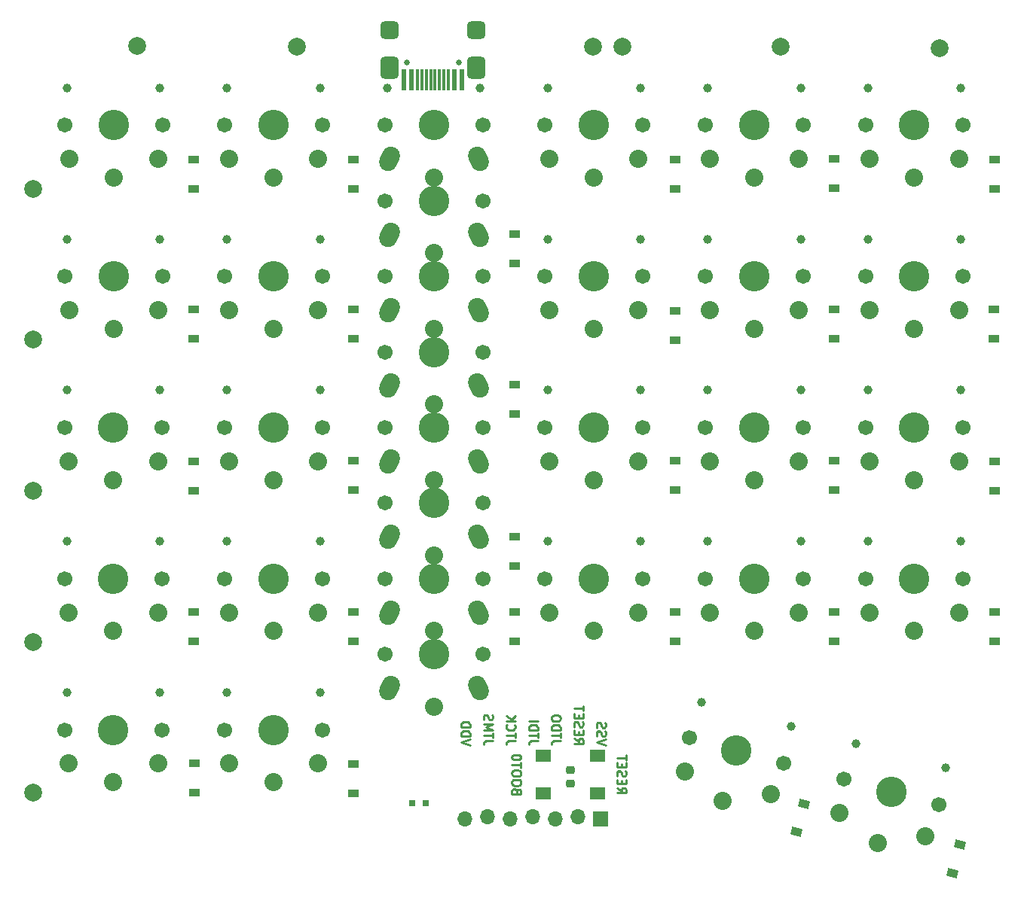
<source format=gbr>
%TF.GenerationSoftware,KiCad,Pcbnew,5.99.0-unknown-4d227d2d2b~128~ubuntu21.04.1*%
%TF.CreationDate,2021-05-21T14:31:05+02:00*%
%TF.ProjectId,dzzy,647a7a79-2e6b-4696-9361-645f70636258,rev?*%
%TF.SameCoordinates,Original*%
%TF.FileFunction,Soldermask,Bot*%
%TF.FilePolarity,Negative*%
%FSLAX46Y46*%
G04 Gerber Fmt 4.6, Leading zero omitted, Abs format (unit mm)*
G04 Created by KiCad (PCBNEW 5.99.0-unknown-4d227d2d2b~128~ubuntu21.04.1) date 2021-05-21 14:31:05*
%MOMM*%
%LPD*%
G01*
G04 APERTURE LIST*
G04 Aperture macros list*
%AMRoundRect*
0 Rectangle with rounded corners*
0 $1 Rounding radius*
0 $2 $3 $4 $5 $6 $7 $8 $9 X,Y pos of 4 corners*
0 Add a 4 corners polygon primitive as box body*
4,1,4,$2,$3,$4,$5,$6,$7,$8,$9,$2,$3,0*
0 Add four circle primitives for the rounded corners*
1,1,$1+$1,$2,$3*
1,1,$1+$1,$4,$5*
1,1,$1+$1,$6,$7*
1,1,$1+$1,$8,$9*
0 Add four rect primitives between the rounded corners*
20,1,$1+$1,$2,$3,$4,$5,0*
20,1,$1+$1,$4,$5,$6,$7,0*
20,1,$1+$1,$6,$7,$8,$9,0*
20,1,$1+$1,$8,$9,$2,$3,0*%
%AMHorizOval*
0 Thick line with rounded ends*
0 $1 width*
0 $2 $3 position (X,Y) of the first rounded end (center of the circle)*
0 $4 $5 position (X,Y) of the second rounded end (center of the circle)*
0 Add line between two ends*
20,1,$1,$2,$3,$4,$5,0*
0 Add two circle primitives to create the rounded ends*
1,1,$1,$2,$3*
1,1,$1,$4,$5*%
%AMRotRect*
0 Rectangle, with rotation*
0 The origin of the aperture is its center*
0 $1 length*
0 $2 width*
0 $3 Rotation angle, in degrees counterclockwise*
0 Add horizontal line*
21,1,$1,$2,0,0,$3*%
G04 Aperture macros list end*
%ADD10C,0.228600*%
%ADD11C,1.701800*%
%ADD12C,3.429000*%
%ADD13C,0.990600*%
%ADD14C,2.032000*%
%ADD15HorizOval,2.032000X-0.162285X-0.348022X0.162285X0.348022X0*%
%ADD16HorizOval,2.032000X-0.162285X0.348022X0.162285X-0.348022X0*%
%ADD17C,2.000000*%
%ADD18R,1.700000X1.700000*%
%ADD19O,1.700000X1.700000*%
%ADD20C,0.650000*%
%ADD21R,0.570000X2.450000*%
%ADD22R,0.300000X2.450000*%
%ADD23RoundRect,0.500000X0.550000X0.500000X-0.550000X0.500000X-0.550000X-0.500000X0.550000X-0.500000X0*%
%ADD24O,1.000000X2.100000*%
%ADD25RoundRect,0.525000X0.525000X0.725000X-0.525000X0.725000X-0.525000X-0.725000X0.525000X-0.725000X0*%
%ADD26O,1.000000X1.600000*%
%ADD27R,0.797560X0.797560*%
%ADD28R,1.200000X0.900000*%
%ADD29RotRect,0.900000X1.200000X255.000000*%
%ADD30RoundRect,0.218750X-0.256250X0.218750X-0.256250X-0.218750X0.256250X-0.218750X0.256250X0.218750X0*%
%ADD31R,1.800000X1.350000*%
G04 APERTURE END LIST*
D10*
X111935380Y-102265238D02*
X111209666Y-102265238D01*
X111064523Y-102313619D01*
X110967761Y-102410381D01*
X110919380Y-102555523D01*
X110919380Y-102652285D01*
X111935380Y-101926571D02*
X111935380Y-101346000D01*
X110919380Y-101636285D02*
X111935380Y-101636285D01*
X110919380Y-101007333D02*
X111935380Y-101007333D01*
X111935380Y-100765428D01*
X111887000Y-100620285D01*
X111790238Y-100523523D01*
X111693476Y-100475143D01*
X111499952Y-100426762D01*
X111354809Y-100426762D01*
X111161285Y-100475143D01*
X111064523Y-100523523D01*
X110967761Y-100620285D01*
X110919380Y-100765428D01*
X110919380Y-101007333D01*
X111935380Y-99797809D02*
X111935380Y-99604285D01*
X111887000Y-99507523D01*
X111790238Y-99410762D01*
X111596714Y-99362381D01*
X111258047Y-99362381D01*
X111064523Y-99410762D01*
X110967761Y-99507523D01*
X110919380Y-99604285D01*
X110919380Y-99797809D01*
X110967761Y-99894571D01*
X111064523Y-99991333D01*
X111258047Y-100039714D01*
X111596714Y-100039714D01*
X111790238Y-99991333D01*
X111887000Y-99894571D01*
X111935380Y-99797809D01*
X113459380Y-101974953D02*
X113943190Y-102313619D01*
X113459380Y-102555524D02*
X114475380Y-102555524D01*
X114475380Y-102168476D01*
X114427000Y-102071714D01*
X114378619Y-102023334D01*
X114281857Y-101974953D01*
X114136714Y-101974953D01*
X114039952Y-102023334D01*
X113991571Y-102071714D01*
X113943190Y-102168476D01*
X113943190Y-102555524D01*
X113991571Y-101539524D02*
X113991571Y-101200857D01*
X113459380Y-101055714D02*
X113459380Y-101539524D01*
X114475380Y-101539524D01*
X114475380Y-101055714D01*
X113507761Y-100668667D02*
X113459380Y-100523524D01*
X113459380Y-100281619D01*
X113507761Y-100184857D01*
X113556142Y-100136476D01*
X113652904Y-100088095D01*
X113749666Y-100088095D01*
X113846428Y-100136476D01*
X113894809Y-100184857D01*
X113943190Y-100281619D01*
X113991571Y-100475143D01*
X114039952Y-100571905D01*
X114088333Y-100620286D01*
X114185095Y-100668667D01*
X114281857Y-100668667D01*
X114378619Y-100620286D01*
X114427000Y-100571905D01*
X114475380Y-100475143D01*
X114475380Y-100233238D01*
X114427000Y-100088095D01*
X113991571Y-99652667D02*
X113991571Y-99314000D01*
X113459380Y-99168857D02*
X113459380Y-99652667D01*
X114475380Y-99652667D01*
X114475380Y-99168857D01*
X114475380Y-98878572D02*
X114475380Y-98298000D01*
X113459380Y-98588286D02*
X114475380Y-98588286D01*
X107006571Y-107907666D02*
X106958190Y-107762523D01*
X106909809Y-107714142D01*
X106813047Y-107665761D01*
X106667904Y-107665761D01*
X106571142Y-107714142D01*
X106522761Y-107762523D01*
X106474380Y-107859285D01*
X106474380Y-108246333D01*
X107490380Y-108246333D01*
X107490380Y-107907666D01*
X107442000Y-107810904D01*
X107393619Y-107762523D01*
X107296857Y-107714142D01*
X107200095Y-107714142D01*
X107103333Y-107762523D01*
X107054952Y-107810904D01*
X107006571Y-107907666D01*
X107006571Y-108246333D01*
X107490380Y-107036809D02*
X107490380Y-106843285D01*
X107442000Y-106746523D01*
X107345238Y-106649761D01*
X107151714Y-106601380D01*
X106813047Y-106601380D01*
X106619523Y-106649761D01*
X106522761Y-106746523D01*
X106474380Y-106843285D01*
X106474380Y-107036809D01*
X106522761Y-107133571D01*
X106619523Y-107230333D01*
X106813047Y-107278714D01*
X107151714Y-107278714D01*
X107345238Y-107230333D01*
X107442000Y-107133571D01*
X107490380Y-107036809D01*
X107490380Y-105972428D02*
X107490380Y-105778904D01*
X107442000Y-105682142D01*
X107345238Y-105585380D01*
X107151714Y-105537000D01*
X106813047Y-105537000D01*
X106619523Y-105585380D01*
X106522761Y-105682142D01*
X106474380Y-105778904D01*
X106474380Y-105972428D01*
X106522761Y-106069190D01*
X106619523Y-106165952D01*
X106813047Y-106214333D01*
X107151714Y-106214333D01*
X107345238Y-106165952D01*
X107442000Y-106069190D01*
X107490380Y-105972428D01*
X107490380Y-105246714D02*
X107490380Y-104666142D01*
X106474380Y-104956428D02*
X107490380Y-104956428D01*
X107490380Y-104133952D02*
X107490380Y-104037190D01*
X107442000Y-103940428D01*
X107393619Y-103892047D01*
X107296857Y-103843666D01*
X107103333Y-103795285D01*
X106861428Y-103795285D01*
X106667904Y-103843666D01*
X106571142Y-103892047D01*
X106522761Y-103940428D01*
X106474380Y-104037190D01*
X106474380Y-104133952D01*
X106522761Y-104230714D01*
X106571142Y-104279095D01*
X106667904Y-104327476D01*
X106861428Y-104375857D01*
X107103333Y-104375857D01*
X107296857Y-104327476D01*
X107393619Y-104279095D01*
X107442000Y-104230714D01*
X107490380Y-104133952D01*
X104315380Y-102265238D02*
X103589666Y-102265238D01*
X103444523Y-102313619D01*
X103347761Y-102410381D01*
X103299380Y-102555524D01*
X103299380Y-102652286D01*
X104315380Y-101926572D02*
X104315380Y-101346000D01*
X103299380Y-101636286D02*
X104315380Y-101636286D01*
X103299380Y-101007333D02*
X104315380Y-101007333D01*
X103589666Y-100668667D01*
X104315380Y-100330000D01*
X103299380Y-100330000D01*
X103347761Y-99894572D02*
X103299380Y-99749429D01*
X103299380Y-99507524D01*
X103347761Y-99410762D01*
X103396142Y-99362381D01*
X103492904Y-99314000D01*
X103589666Y-99314000D01*
X103686428Y-99362381D01*
X103734809Y-99410762D01*
X103783190Y-99507524D01*
X103831571Y-99701048D01*
X103879952Y-99797810D01*
X103928333Y-99846191D01*
X104025095Y-99894572D01*
X104121857Y-99894572D01*
X104218619Y-99846191D01*
X104267000Y-99797810D01*
X104315380Y-99701048D01*
X104315380Y-99459143D01*
X104267000Y-99314000D01*
X109395380Y-102265238D02*
X108669666Y-102265238D01*
X108524523Y-102313619D01*
X108427761Y-102410381D01*
X108379380Y-102555524D01*
X108379380Y-102652286D01*
X109395380Y-101926571D02*
X109395380Y-101346000D01*
X108379380Y-101636286D02*
X109395380Y-101636286D01*
X108379380Y-101007333D02*
X109395380Y-101007333D01*
X109395380Y-100765429D01*
X109347000Y-100620286D01*
X109250238Y-100523524D01*
X109153476Y-100475143D01*
X108959952Y-100426762D01*
X108814809Y-100426762D01*
X108621285Y-100475143D01*
X108524523Y-100523524D01*
X108427761Y-100620286D01*
X108379380Y-100765429D01*
X108379380Y-101007333D01*
X108379380Y-99991333D02*
X109395380Y-99991333D01*
X106855380Y-102265238D02*
X106129666Y-102265238D01*
X105984523Y-102313619D01*
X105887761Y-102410381D01*
X105839380Y-102555524D01*
X105839380Y-102652286D01*
X106855380Y-101926572D02*
X106855380Y-101346000D01*
X105839380Y-101636286D02*
X106855380Y-101636286D01*
X105936142Y-100426762D02*
X105887761Y-100475143D01*
X105839380Y-100620286D01*
X105839380Y-100717048D01*
X105887761Y-100862191D01*
X105984523Y-100958953D01*
X106081285Y-101007334D01*
X106274809Y-101055714D01*
X106419952Y-101055714D01*
X106613476Y-101007334D01*
X106710238Y-100958953D01*
X106807000Y-100862191D01*
X106855380Y-100717048D01*
X106855380Y-100620286D01*
X106807000Y-100475143D01*
X106758619Y-100426762D01*
X105839380Y-99991334D02*
X106855380Y-99991334D01*
X105839380Y-99410762D02*
X106419952Y-99846191D01*
X106855380Y-99410762D02*
X106274809Y-99991334D01*
X118285380Y-107520619D02*
X118769190Y-107859285D01*
X118285380Y-108101190D02*
X119301380Y-108101190D01*
X119301380Y-107714142D01*
X119253000Y-107617380D01*
X119204619Y-107569000D01*
X119107857Y-107520619D01*
X118962714Y-107520619D01*
X118865952Y-107569000D01*
X118817571Y-107617380D01*
X118769190Y-107714142D01*
X118769190Y-108101190D01*
X118817571Y-107085190D02*
X118817571Y-106746523D01*
X118285380Y-106601380D02*
X118285380Y-107085190D01*
X119301380Y-107085190D01*
X119301380Y-106601380D01*
X118333761Y-106214333D02*
X118285380Y-106069190D01*
X118285380Y-105827285D01*
X118333761Y-105730523D01*
X118382142Y-105682142D01*
X118478904Y-105633761D01*
X118575666Y-105633761D01*
X118672428Y-105682142D01*
X118720809Y-105730523D01*
X118769190Y-105827285D01*
X118817571Y-106020809D01*
X118865952Y-106117571D01*
X118914333Y-106165952D01*
X119011095Y-106214333D01*
X119107857Y-106214333D01*
X119204619Y-106165952D01*
X119253000Y-106117571D01*
X119301380Y-106020809D01*
X119301380Y-105778904D01*
X119253000Y-105633761D01*
X118817571Y-105198333D02*
X118817571Y-104859666D01*
X118285380Y-104714523D02*
X118285380Y-105198333D01*
X119301380Y-105198333D01*
X119301380Y-104714523D01*
X119301380Y-104424238D02*
X119301380Y-103843666D01*
X118285380Y-104133952D02*
X119301380Y-104133952D01*
X117015380Y-102700666D02*
X115999380Y-102362000D01*
X117015380Y-102023333D01*
X116047761Y-101733047D02*
X115999380Y-101587904D01*
X115999380Y-101346000D01*
X116047761Y-101249238D01*
X116096142Y-101200857D01*
X116192904Y-101152476D01*
X116289666Y-101152476D01*
X116386428Y-101200857D01*
X116434809Y-101249238D01*
X116483190Y-101346000D01*
X116531571Y-101539523D01*
X116579952Y-101636285D01*
X116628333Y-101684666D01*
X116725095Y-101733047D01*
X116821857Y-101733047D01*
X116918619Y-101684666D01*
X116967000Y-101636285D01*
X117015380Y-101539523D01*
X117015380Y-101297619D01*
X116967000Y-101152476D01*
X116047761Y-100765428D02*
X115999380Y-100620285D01*
X115999380Y-100378381D01*
X116047761Y-100281619D01*
X116096142Y-100233238D01*
X116192904Y-100184857D01*
X116289666Y-100184857D01*
X116386428Y-100233238D01*
X116434809Y-100281619D01*
X116483190Y-100378381D01*
X116531571Y-100571904D01*
X116579952Y-100668666D01*
X116628333Y-100717047D01*
X116725095Y-100765428D01*
X116821857Y-100765428D01*
X116918619Y-100717047D01*
X116967000Y-100668666D01*
X117015380Y-100571904D01*
X117015380Y-100330000D01*
X116967000Y-100184857D01*
X101775380Y-102700666D02*
X100759380Y-102362000D01*
X101775380Y-102023333D01*
X100759380Y-101684666D02*
X101775380Y-101684666D01*
X101775380Y-101442761D01*
X101727000Y-101297619D01*
X101630238Y-101200857D01*
X101533476Y-101152476D01*
X101339952Y-101104095D01*
X101194809Y-101104095D01*
X101001285Y-101152476D01*
X100904523Y-101200857D01*
X100807761Y-101297619D01*
X100759380Y-101442761D01*
X100759380Y-101684666D01*
X100759380Y-100668666D02*
X101775380Y-100668666D01*
X101775380Y-100426761D01*
X101727000Y-100281619D01*
X101630238Y-100184857D01*
X101533476Y-100136476D01*
X101339952Y-100088095D01*
X101194809Y-100088095D01*
X101001285Y-100136476D01*
X100904523Y-100184857D01*
X100807761Y-100281619D01*
X100759380Y-100426761D01*
X100759380Y-100668666D01*
D11*
%TO.C,S20*%
X128200000Y-50000000D03*
D12*
X133700000Y-50000000D03*
D11*
X139200000Y-50000000D03*
D13*
X128480000Y-45800000D03*
X138920000Y-45800000D03*
D14*
X133700000Y-55900000D03*
X138700000Y-53800000D03*
X128700000Y-53800000D03*
%TD*%
D11*
%TO.C,S25*%
X146200000Y-50000000D03*
D12*
X151700000Y-50000000D03*
D13*
X156920000Y-45800000D03*
X146480000Y-45800000D03*
D11*
X157200000Y-50000000D03*
D14*
X151700000Y-55900000D03*
X146700000Y-53800000D03*
X156700000Y-53800000D03*
%TD*%
D13*
%TO.C,S10*%
X84920000Y-96800000D03*
D12*
X79700000Y-101000000D03*
D13*
X74480000Y-96800000D03*
D11*
X85200000Y-101000000D03*
X74200000Y-101000000D03*
D14*
X79700000Y-106900000D03*
X84700000Y-104800000D03*
X74700000Y-104800000D03*
%TD*%
D12*
%TO.C,S13*%
X97700000Y-75500000D03*
D11*
X92200000Y-75500000D03*
D12*
X97700000Y-67000000D03*
D11*
X92200000Y-67000000D03*
X103200000Y-75500000D03*
X103200000Y-67000000D03*
D14*
X97700000Y-72900000D03*
X97700000Y-81400000D03*
D15*
X92700000Y-70800000D03*
D16*
X102700000Y-70800000D03*
D15*
X92700000Y-79300000D03*
D16*
X102700000Y-79300000D03*
%TD*%
D11*
%TO.C,S4*%
X67200000Y-84000000D03*
D13*
X66920000Y-79800000D03*
D12*
X61700000Y-84000000D03*
D13*
X56480000Y-79800000D03*
D11*
X56200000Y-84000000D03*
D14*
X61700000Y-89900000D03*
X56700000Y-87800000D03*
X66700000Y-87800000D03*
%TD*%
D17*
%TO.C,TP9*%
X52700000Y-108100000D03*
%TD*%
%TO.C,TP8*%
X52700000Y-91100000D03*
%TD*%
%TO.C,TP14*%
X136652000Y-24130000D03*
%TD*%
D13*
%TO.C,S6*%
X74480000Y-28800000D03*
X84920000Y-28800000D03*
D11*
X85200000Y-33000000D03*
X74200000Y-33000000D03*
D12*
X79700000Y-33000000D03*
D14*
X79700000Y-38900000D03*
X74700000Y-36800000D03*
X84700000Y-36800000D03*
%TD*%
D17*
%TO.C,TP10*%
X64400000Y-24100000D03*
%TD*%
D11*
%TO.C,S15*%
X110200000Y-33000000D03*
X121200000Y-33000000D03*
D12*
X115700000Y-33000000D03*
D13*
X120920000Y-28800000D03*
X110480000Y-28800000D03*
D14*
X115700000Y-38900000D03*
X120700000Y-36800000D03*
X110700000Y-36800000D03*
%TD*%
D17*
%TO.C,TP11*%
X82296000Y-24130000D03*
%TD*%
%TO.C,TP13*%
X118872000Y-24130000D03*
%TD*%
%TO.C,TP6*%
X52700000Y-57100000D03*
%TD*%
D13*
%TO.C,S21*%
X128480000Y-62800000D03*
D12*
X133700000Y-67000000D03*
D11*
X128200000Y-67000000D03*
X139200000Y-67000000D03*
D13*
X138920000Y-62800000D03*
D14*
X133700000Y-72900000D03*
X138700000Y-70800000D03*
X128700000Y-70800000D03*
%TD*%
D13*
%TO.C,S8*%
X74480000Y-62800000D03*
D11*
X85200000Y-67000000D03*
X74200000Y-67000000D03*
D12*
X79700000Y-67000000D03*
D13*
X84920000Y-62800000D03*
D14*
X79700000Y-72900000D03*
X84700000Y-70800000D03*
X74700000Y-70800000D03*
%TD*%
D11*
%TO.C,S12*%
X103200000Y-58500000D03*
X92200000Y-58500000D03*
D12*
X97700000Y-50000000D03*
X97700000Y-58500000D03*
D11*
X92200000Y-50000000D03*
X103200000Y-50000000D03*
D14*
X97700000Y-55900000D03*
X97700000Y-64400000D03*
D16*
X102700000Y-62300000D03*
D15*
X92700000Y-53800000D03*
D16*
X102700000Y-53800000D03*
D15*
X92700000Y-62300000D03*
%TD*%
D18*
%TO.C,J1*%
X116459000Y-110998000D03*
D19*
X113919000Y-110744000D03*
X111379000Y-110998000D03*
X108839000Y-110744000D03*
X106299000Y-110998000D03*
X103759000Y-110744000D03*
X101219000Y-110998000D03*
%TD*%
D13*
%TO.C,S11*%
X102920000Y-28800000D03*
D11*
X103200000Y-33000000D03*
D13*
X92480000Y-28800000D03*
D11*
X103200000Y-41500000D03*
D12*
X97700000Y-41500000D03*
X97700000Y-33000000D03*
D11*
X92200000Y-41500000D03*
X92200000Y-33000000D03*
D14*
X97700000Y-47400000D03*
X97700000Y-38900000D03*
D16*
X102700000Y-36800000D03*
D15*
X92700000Y-36800000D03*
D16*
X102700000Y-45300000D03*
D15*
X92700000Y-45300000D03*
%TD*%
D13*
%TO.C,S24*%
X146480000Y-28800000D03*
X156920000Y-28800000D03*
D11*
X157200000Y-33000000D03*
D12*
X151700000Y-33000000D03*
D11*
X146200000Y-33000000D03*
D14*
X151700000Y-38900000D03*
X146700000Y-36800000D03*
X156700000Y-36800000D03*
%TD*%
D17*
%TO.C,TP7*%
X52700000Y-74100000D03*
%TD*%
D20*
%TO.C,P1*%
X94710000Y-25980000D03*
X100490000Y-25980000D03*
D21*
X94375000Y-27925000D03*
X95150000Y-27925000D03*
D22*
X96350000Y-27925000D03*
X97350000Y-27925000D03*
X97850000Y-27925000D03*
D21*
X100825000Y-27925000D03*
X100050000Y-27925000D03*
D22*
X99350000Y-27925000D03*
X98350000Y-27925000D03*
X96850000Y-27925000D03*
D23*
X92750000Y-22330000D03*
D24*
X93280000Y-26510000D03*
D25*
X102450000Y-26510000D03*
D26*
X101920000Y-22330000D03*
D25*
X92750000Y-26510000D03*
D26*
X93280000Y-22330000D03*
D23*
X102450000Y-22330000D03*
D24*
X101920000Y-26510000D03*
D22*
X98850000Y-27925000D03*
X95850000Y-27925000D03*
%TD*%
D13*
%TO.C,S9*%
X74480000Y-79800000D03*
D12*
X79700000Y-84000000D03*
D11*
X85200000Y-84000000D03*
D13*
X84920000Y-79800000D03*
D11*
X74200000Y-84000000D03*
D14*
X79700000Y-89900000D03*
X84700000Y-87800000D03*
X74700000Y-87800000D03*
%TD*%
D11*
%TO.C,S17*%
X110200000Y-67000000D03*
D13*
X110480000Y-62800000D03*
D11*
X121200000Y-67000000D03*
D13*
X120920000Y-62800000D03*
D12*
X115700000Y-67000000D03*
D14*
X115700000Y-72900000D03*
X110700000Y-70800000D03*
X120700000Y-70800000D03*
%TD*%
D12*
%TO.C,S16*%
X115700000Y-50000000D03*
D13*
X110480000Y-45800000D03*
D11*
X121200000Y-50000000D03*
D13*
X120920000Y-45800000D03*
D11*
X110200000Y-50000000D03*
D14*
X115700000Y-55900000D03*
X120700000Y-53800000D03*
X110700000Y-53800000D03*
%TD*%
D11*
%TO.C,S14*%
X92200000Y-92500000D03*
D12*
X97700000Y-84000000D03*
X97700000Y-92500000D03*
D11*
X103200000Y-92500000D03*
X92200000Y-84000000D03*
X103200000Y-84000000D03*
D14*
X97700000Y-89900000D03*
X97700000Y-98400000D03*
D15*
X92700000Y-96300000D03*
X92700000Y-87800000D03*
D16*
X102700000Y-96300000D03*
X102700000Y-87800000D03*
%TD*%
D11*
%TO.C,S28*%
X154412592Y-109423505D03*
D12*
X149100000Y-108000000D03*
D13*
X155229173Y-105294147D03*
X145144907Y-102592076D03*
D11*
X143787408Y-106576495D03*
D14*
X147572968Y-113698962D03*
X152946117Y-112964613D03*
X143286858Y-110376423D03*
%TD*%
D13*
%TO.C,S22*%
X138920000Y-79800000D03*
X128480000Y-79800000D03*
D11*
X128200000Y-84000000D03*
X139200000Y-84000000D03*
D12*
X133700000Y-84000000D03*
D14*
X133700000Y-89900000D03*
X128700000Y-87800000D03*
X138700000Y-87800000D03*
%TD*%
D12*
%TO.C,S19*%
X133700000Y-33000000D03*
D11*
X128200000Y-33000000D03*
X139200000Y-33000000D03*
D13*
X138920000Y-28800000D03*
X128480000Y-28800000D03*
D14*
X133700000Y-38900000D03*
X138700000Y-36800000D03*
X128700000Y-36800000D03*
%TD*%
D11*
%TO.C,S18*%
X110200000Y-84000000D03*
D13*
X120920000Y-79800000D03*
D11*
X121200000Y-84000000D03*
D13*
X110480000Y-79800000D03*
D12*
X115700000Y-84000000D03*
D14*
X115700000Y-89900000D03*
X120700000Y-87800000D03*
X110700000Y-87800000D03*
%TD*%
D12*
%TO.C,S5*%
X61700000Y-101000000D03*
D13*
X66920000Y-96800000D03*
D11*
X56200000Y-101000000D03*
D13*
X56480000Y-96800000D03*
D11*
X67200000Y-101000000D03*
D14*
X61700000Y-106900000D03*
X66700000Y-104800000D03*
X56700000Y-104800000D03*
%TD*%
D11*
%TO.C,S2*%
X56210000Y-50000000D03*
D13*
X66930000Y-45800000D03*
D11*
X67210000Y-50000000D03*
D12*
X61710000Y-50000000D03*
D13*
X56490000Y-45800000D03*
D14*
X61710000Y-55900000D03*
X66710000Y-53800000D03*
X56710000Y-53800000D03*
%TD*%
D17*
%TO.C,TP5*%
X52700000Y-40200000D03*
%TD*%
D11*
%TO.C,S23*%
X137012592Y-104723505D03*
X126387408Y-101876495D03*
D12*
X131700000Y-103300000D03*
D13*
X127744907Y-97892076D03*
X137829173Y-100594147D03*
D14*
X130172968Y-108998962D03*
X135546117Y-108264613D03*
X125886858Y-105676423D03*
%TD*%
D12*
%TO.C,S7*%
X79700000Y-50000000D03*
D11*
X85200000Y-50000000D03*
X74200000Y-50000000D03*
D13*
X84920000Y-45800000D03*
X74480000Y-45800000D03*
D14*
X79700000Y-55900000D03*
X84700000Y-53800000D03*
X74700000Y-53800000D03*
%TD*%
D12*
%TO.C,S26*%
X151700000Y-67000000D03*
D11*
X146200000Y-67000000D03*
D13*
X156920000Y-62800000D03*
D11*
X157200000Y-67000000D03*
D13*
X146480000Y-62800000D03*
D14*
X151700000Y-72900000D03*
X146700000Y-70800000D03*
X156700000Y-70800000D03*
%TD*%
D27*
%TO.C,D7*%
X95262700Y-109220000D03*
X96761300Y-109220000D03*
%TD*%
D17*
%TO.C,TP15*%
X154500000Y-24300000D03*
%TD*%
D12*
%TO.C,S27*%
X151700000Y-84000000D03*
D11*
X146200000Y-84000000D03*
D13*
X156920000Y-79800000D03*
D11*
X157200000Y-84000000D03*
D13*
X146480000Y-79800000D03*
D14*
X151700000Y-89900000D03*
X156700000Y-87800000D03*
X146700000Y-87800000D03*
%TD*%
D17*
%TO.C,TP12*%
X115570000Y-24130000D03*
%TD*%
D13*
%TO.C,S1*%
X56490000Y-28800000D03*
X66930000Y-28800000D03*
D11*
X56210000Y-33000000D03*
X67210000Y-33000000D03*
D12*
X61710000Y-33000000D03*
D14*
X61710000Y-38900000D03*
X56710000Y-36800000D03*
X66710000Y-36800000D03*
%TD*%
D13*
%TO.C,S3*%
X66920000Y-62800000D03*
X56480000Y-62800000D03*
D11*
X56200000Y-67000000D03*
X67200000Y-67000000D03*
D12*
X61700000Y-67000000D03*
D14*
X61700000Y-72900000D03*
X56700000Y-70800000D03*
X66700000Y-70800000D03*
%TD*%
D28*
%TO.C,D10*%
X88646000Y-87740000D03*
X88646000Y-91040000D03*
%TD*%
%TO.C,D13*%
X106800000Y-62208000D03*
X106800000Y-65508000D03*
%TD*%
%TO.C,D5*%
X70800000Y-104776000D03*
X70800000Y-108076000D03*
%TD*%
%TO.C,D3*%
X70712000Y-70850000D03*
X70712000Y-74150000D03*
%TD*%
%TO.C,D2*%
X70712000Y-53750000D03*
X70712000Y-57050000D03*
%TD*%
%TO.C,D21*%
X142700000Y-53750000D03*
X142700000Y-57050000D03*
%TD*%
D29*
%TO.C,D29*%
X156827051Y-113906222D03*
X155972949Y-117093778D03*
%TD*%
D28*
%TO.C,D11*%
X88700000Y-104850000D03*
X88700000Y-108150000D03*
%TD*%
%TO.C,D6*%
X88646000Y-36840000D03*
X88646000Y-40140000D03*
%TD*%
%TO.C,D20*%
X142700000Y-36750000D03*
X142700000Y-40050000D03*
%TD*%
D30*
%TO.C,R1*%
X113030000Y-105511500D03*
X113030000Y-107086500D03*
%TD*%
D28*
%TO.C,D23*%
X142700000Y-87750000D03*
X142700000Y-91050000D03*
%TD*%
D29*
%TO.C,D24*%
X139327051Y-109306222D03*
X138472949Y-112493778D03*
%TD*%
D28*
%TO.C,D9*%
X88646000Y-70740000D03*
X88646000Y-74040000D03*
%TD*%
%TO.C,D8*%
X88646000Y-53740000D03*
X88646000Y-57040000D03*
%TD*%
%TO.C,D1*%
X70712000Y-36850000D03*
X70712000Y-40150000D03*
%TD*%
%TO.C,D4*%
X70712000Y-87750000D03*
X70712000Y-91050000D03*
%TD*%
%TO.C,D25*%
X160700000Y-36850000D03*
X160700000Y-40150000D03*
%TD*%
D31*
%TO.C,S30*%
X109982000Y-103945000D03*
X109982000Y-108145000D03*
%TD*%
D28*
%TO.C,D16*%
X124800000Y-36850000D03*
X124800000Y-40150000D03*
%TD*%
%TO.C,D14*%
X106800000Y-79308000D03*
X106800000Y-82608000D03*
%TD*%
%TO.C,D18*%
X124800000Y-70750000D03*
X124800000Y-74050000D03*
%TD*%
%TO.C,D27*%
X160700000Y-70850000D03*
X160700000Y-74150000D03*
%TD*%
%TO.C,D15*%
X106800000Y-87758000D03*
X106800000Y-91058000D03*
%TD*%
%TO.C,D12*%
X106800000Y-45208000D03*
X106800000Y-48508000D03*
%TD*%
D31*
%TO.C,S29*%
X116078000Y-103945000D03*
X116078000Y-108145000D03*
%TD*%
D28*
%TO.C,D22*%
X142700000Y-70750000D03*
X142700000Y-74050000D03*
%TD*%
%TO.C,D17*%
X124800000Y-53850000D03*
X124800000Y-57150000D03*
%TD*%
%TO.C,D19*%
X124800000Y-87750000D03*
X124800000Y-91050000D03*
%TD*%
%TO.C,D28*%
X160700000Y-87750000D03*
X160700000Y-91050000D03*
%TD*%
%TO.C,D26*%
X160618000Y-53722000D03*
X160618000Y-57022000D03*
%TD*%
M02*

</source>
